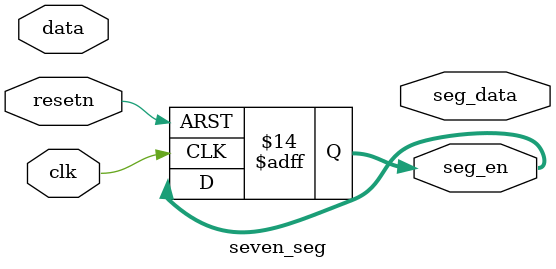
<source format=v>
module seven_seg(
input	wire			resetn,
input	wire			clk,
input	wire	[31:0]	data, 
output	reg		[7:0]	seg_en, 
output	reg		[7:0]	seg_data
);

wire	[7:0]	seg0;
wire	[7:0]	seg1;
wire	[7:0]	seg2;
wire	[7:0]	seg3;
wire	[7:0]	seg4;
wire	[7:0]	seg5;
wire	[7:0]	seg6;
wire	[7:0]	seg7;

reg		[14:0]	clk_cnt; 

bin2seg	bin2seg_u0(	.bin(data[31:28]),	.seg(seg7)	);
bin2seg	bin2seg_u1(	.bin(data[27:24]),	.seg(seg6)	);
bin2seg	bin2seg_u2(	.bin(data[23:20]),	.seg(seg5)	);
bin2seg	bin2seg_u3(	.bin(data[19:16]),	.seg(seg4)	);
bin2seg	bin2seg_u4(	.bin(data[15:12]),	.seg(seg3)	);
bin2seg	bin2seg_u5(	.bin(data[11:8 ]),	.seg(seg2)	);
bin2seg	bin2seg_u6(	.bin(data[7 :4 ]),	.seg(seg1)	);
bin2seg	bin2seg_u7(	.bin(data[3 :0 ]),	.seg(seg0)	);

always @(posedge clk or negedge resetn)
begin
	if(!resetn) begin
		clk_cnt <= 15'd0;
	end
	else begin
		if(clk_cnt == 15'd16384) begin
			clk_cnt <= 15'd0;
		end
		else begin
			clk_cnt <= clk_cnt + 15'd1;
		end
	end
end

always @(posedge clk or negedge resetn)
begin
	if(!resetn) begin
		seg_en <= 8'b0000_0001;
	end
	else begin
		if(clk_cnt == 15'd16384) begin
			// Coding here!
		end
		else begin
			seg_en <= seg_en;
		end
	end
end

always @(seg_en or seg0 or seg1 or seg2 or seg3 or seg4 or seg5 or seg6 or seg7)
begin
	case(seg_en)
		/////////////////////////////////////
		//
		//
		//
		// Coding here!
		//
		//
		//
		/////////////////////////////////////
	endcase
end

endmodule

</source>
